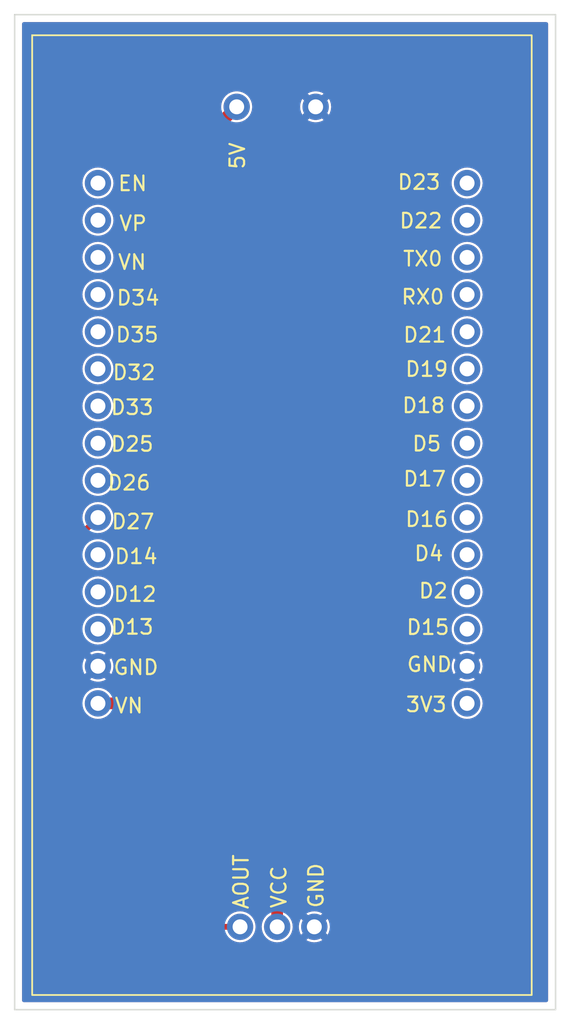
<source format=kicad_pcb>
(kicad_pcb (version 20211014) (generator pcbnew)
  (layers (0 "F.Cu" signal "Front") (31 "B.Cu" signal "Back") (34 "B.Paste" user) (35 "F.Paste" user) (36 "B.SilkS" user "B.Silkscreen") (37 "F.SilkS" user "F.Silkscreen") (38 "B.Mask" user) (39 "F.Mask" user) (44 "Edge.Cuts" user))
  (net 0 "")
  (net 1 "+5V")
  (net 9 "unconnected-(U1-Pad10)")
  (net 27 "GND")
  (footprint "soil moisture:Soil" (layer "F.Cu") (at 122 59)
    (fp_text reference "U1" hide)
    (fp_text value "Soil_moisture")
    (fp_text user "D2" (at 10.64 7.38 unlocked) (layer "F.SilkS"))
    (fp_text user "VN" (at -9.96 -15.08 unlocked) (layer "F.SilkS"))
    (fp_text user "TX0" (at 9.92 -15.31 unlocked) (layer "F.SilkS"))
    (fp_text user "D35" (at -9.62 -10.12 unlocked) (layer "F.SilkS"))
    (fp_text user "EN" (at -9.93 -20.46) (layer "F.SilkS"))
    (fp_text user "D13" (at -9.96 9.85 unlocked) (layer "F.SilkS"))
    (fp_text user "D23" (at 9.66 -20.55 unlocked) (layer "F.SilkS"))
    (fp_text user "D22" (at 9.79 -17.91 unlocked) (layer "F.SilkS"))
    (fp_text user "GND" (at 10.37 12.41 unlocked) (layer "F.SilkS"))
    (fp_text user "D4" (at 10.33 4.83 unlocked) (layer "F.SilkS"))
    (fp_text user "RX0" (at 9.92 -12.71 unlocked) (layer "F.SilkS"))
    (fp_text user "D34" (at -9.56 -12.64 unlocked) (layer "F.SilkS"))
    (fp_text user "D18" (at 9.98 -5.29 unlocked) (layer "F.SilkS"))
    (fp_text user "GND" (at 2.62 27.52 90 unlocked) (layer "F.SilkS"))
    (fp_text user "D16" (at 10.19 2.49 unlocked) (layer "F.SilkS"))
    (fp_text user "D25" (at -9.96 -2.65 unlocked) (layer "F.SilkS"))
    (fp_text user "D17" (at 10.05 -0.27 unlocked) (layer "F.SilkS"))
    (fp_text user "GND" (at -9.7 12.61 unlocked) (layer "F.SilkS"))
    (fp_text user "D14" (at -9.69 5.03 unlocked) (layer "F.SilkS"))
    (fp_text user "VN" (at -10.18 15.23 unlocked) (layer "F.SilkS"))
    (fp_text user "VP" (at -9.9 -17.73 unlocked) (layer "F.SilkS"))
    (fp_text user "D12" (at -9.76 7.61 unlocked) (layer "F.SilkS"))
    (fp_text user "D19" (at 10.19 -7.77 unlocked) (layer "F.SilkS"))
    (fp_text user "VCC" (at 0.08 27.62 90 unlocked) (layer "F.SilkS"))
    (fp_text user "5V" (at -2.76 -22.35 -270 unlocked) (layer "F.SilkS"))
    (fp_text user "D27" (at -9.9 2.65 unlocked) (layer "F.SilkS"))
    (fp_text user "D5" (at 10.19 -2.67 unlocked) (layer "F.SilkS"))
    (fp_text user "D15" (at 10.27 9.87 unlocked) (layer "F.SilkS"))
    (fp_text user "D33" (at -9.96 -5.16 unlocked) (layer "F.SilkS"))
    (fp_text user "AOUT" (at -2.51 27.26 90 unlocked) (layer "F.SilkS"))
    (fp_text user "D32" (at -9.83 -7.54 unlocked) (layer "F.SilkS"))
    (fp_text user "D26" (at -10.17 0 unlocked) (layer "F.SilkS"))
    (fp_text user "3V3" (at 10.16 15.15 unlocked) (layer "F.SilkS"))
    (fp_text user "D21" (at 10.05 -10.11 unlocked) (layer "F.SilkS"))
    (fp_rect (start -16.8 -30.59) (end 17.37 35) (layer "F.SilkS") (width 0.12) (fill none))
    (pad "1" thru_hole circle (at -2.81 -25.7) (size 1.8 1.8) (drill 1.02) (layers *.Cu *.Mask) (net 1 "+5V"))
    (pad "1" thru_hole circle (at 2.5 30.34) (size 1.8 1.8) (drill 1.02) (layers *.Cu *.Mask) (net 27 "GND"))
    (pad "1" thru_hole circle (at -12.3 -20.49) (size 1.8 1.8) (drill 1.02) (layers *.Cu *.Mask))
    (pad "1" thru_hole circle (at 2.59 -25.7) (size 1.8 1.8) (drill 1.02) (layers *.Cu *.Mask) (net 27 "GND"))
    (pad "1" thru_hole circle (at -2.58 30.34) (size 1.8 1.8) (drill 1.02) (layers *.Cu *.Mask) (net 9 "unconnected-(U1-Pad10)"))
    (pad "1" thru_hole circle (at -0.04 30.34) (size 1.8 1.8) (drill 1.02) (layers *.Cu *.Mask) (net 1 "+5V"))
    (pad "2" thru_hole circle (at -12.3 -17.95) (size 1.8 1.8) (drill 1.02) (layers *.Cu *.Mask))
    (pad "3" thru_hole circle (at -12.3 -15.41) (size 1.8 1.8) (drill 1.02) (layers *.Cu *.Mask))
    (pad "4" thru_hole circle (at -12.3 -12.87) (size 1.8 1.8) (drill 1.02) (layers *.Cu *.Mask))
    (pad "5" thru_hole circle (at -12.3 -10.33) (size 1.8 1.8) (drill 1.02) (layers *.Cu *.Mask))
    (pad "6" thru_hole circle (at -12.3 -7.79) (size 1.8 1.8) (drill 1.02) (layers *.Cu *.Mask))
    (pad "7" thru_hole circle (at -12.3 -5.25) (size 1.8 1.8) (drill 1.02) (layers *.Cu *.Mask))
    (pad "8" thru_hole circle (at -12.3 -2.71) (size 1.8 1.8) (drill 1.02) (layers *.Cu *.Mask))
    (pad "9" thru_hole circle (at -12.3 -0.17) (size 1.8 1.8) (drill 1.02) (layers *.Cu *.Mask))
    (pad "10" thru_hole circle (at -12.3 2.37) (size 1.8 1.8) (drill 1.02) (layers *.Cu *.Mask) (net 9 "unconnected-(U1-Pad10)"))
    (pad "11" thru_hole circle (at -12.3 4.91) (size 1.8 1.8) (drill 1.02) (layers *.Cu *.Mask))
    (pad "12" thru_hole circle (at -12.3 7.45) (size 1.8 1.8) (drill 1.02) (layers *.Cu *.Mask))
    (pad "13" thru_hole circle (at -12.3 9.99) (size 1.8 1.8) (drill 1.02) (layers *.Cu *.Mask))
    (pad "14" thru_hole circle (at -12.3 12.53) (size 1.8 1.8) (drill 1.02) (layers *.Cu *.Mask) (net 27 "GND"))
    (pad "15" thru_hole circle (at -12.3 15.07) (size 1.8 1.8) (drill 1.02) (layers *.Cu *.Mask) (net 1 "+5V"))
    (pad "16" thru_hole circle (at 12.95 -20.49) (size 1.8 1.8) (drill 1.02) (layers *.Cu *.Mask))
    (pad "17" thru_hole circle (at 12.95 -17.95) (size 1.8 1.8) (drill 1.02) (layers *.Cu *.Mask))
    (pad "18" thru_hole circle (at 12.95 -15.41) (size 1.8 1.8) (drill 1.02) (layers *.Cu *.Mask))
    (pad "19" thru_hole circle (at 12.95 -12.87) (size 1.8 1.8) (drill 1.02) (layers *.Cu *.Mask))
    (pad "20" thru_hole circle (at 12.95 -10.33) (size 1.8 1.8) (drill 1.02) (layers *.Cu *.Mask))
    (pad "21" thru_hole circle (at 12.95 -7.79) (size 1.8 1.8) (drill 1.02) (layers *.Cu *.Mask))
    (pad "22" thru_hole circle (at 12.95 -5.25) (size 1.8 1.8) (drill 1.02) (layers *.Cu *.Mask))
    (pad "23" thru_hole circle (at 12.95 -2.71) (size 1.8 1.8) (drill 1.02) (layers *.Cu *.Mask))
    (pad "24" thru_hole circle (at 12.95 -0.17) (size 1.8 1.8) (drill 1.02) (layers *.Cu *.Mask))
    (pad "25" thru_hole circle (at 12.95 2.37) (size 1.8 1.8) (drill 1.02) (layers *.Cu *.Mask))
    (pad "26" thru_hole circle (at 12.95 4.91) (size 1.8 1.8) (drill 1.02) (layers *.Cu *.Mask))
    (pad "27" thru_hole circle (at 12.95 7.45) (size 1.8 1.8) (drill 1.02) (layers *.Cu *.Mask))
    (pad "28" thru_hole circle (at 12.95 9.99) (size 1.8 1.8) (drill 1.02) (layers *.Cu *.Mask))
    (pad "29" thru_hole circle (at 12.95 12.53) (size 1.8 1.8) (drill 1.02) (layers *.Cu *.Mask) (net 27 "GND"))
    (pad "30" thru_hole circle (at 12.95 15.07) (size 1.8 1.8) (drill 1.02) (layers *.Cu *.Mask))
  )
  (gr_line (start 104 27) (end 104 95) (layer "Edge.Cuts") (width 0.1))
  (gr_line (start 104 95) (end 141 95) (layer "Edge.Cuts") (width 0.1))
  (gr_line (start 141 95) (end 141 27) (layer "Edge.Cuts") (width 0.1))
  (gr_line (start 141 27) (end 104 27) (layer "Edge.Cuts") (width 0.1))
  (segment (start 112.93 74.07) (end 109.7 74.07) (width 0.8) (layer "F.Cu") (net 1))
  (segment (start 119.19 33.3) (end 115 37.49) (width 0.8) (layer "F.Cu") (net 1))
  (segment (start 115 72) (end 121.96 78.96) (width 0.8) (layer "F.Cu") (net 1))
  (segment (start 115 37.49) (end 115 72) (width 0.8) (layer "F.Cu") (net 1))
  (segment (start 115 72) (end 112.93 74.07) (width 0.8) (layer "F.Cu") (net 1))
  (segment (start 121.96 78.96) (end 121.96 89.34) (width 0.8) (layer "F.Cu") (net 1))
  (segment (start 111.34 89.34) (end 119.42 89.34) (width 0.4) (layer "F.Cu") (net 9))
  (segment (start 108 63.07) (end 108 86) (width 0.4) (layer "F.Cu") (net 9))
  (segment (start 108 86) (end 111.34 89.34) (width 0.4) (layer "F.Cu") (net 9))
  (segment (start 109.7 61.37) (end 108 63.07) (width 0.4) (layer "F.Cu") (net 9))
  (zone (net 27) (net_name "GND") (layers F&B.Cu) (connect_pads (clearance 0.508)) (min_thickness 0.254) (fill yes (thermal_gap 0.508) (thermal_bridge_width 0.508))
    (polygon (pts (xy 142 96) (xy 103 96) (xy 103 26) (xy 142 26)))
  )
)
</source>
